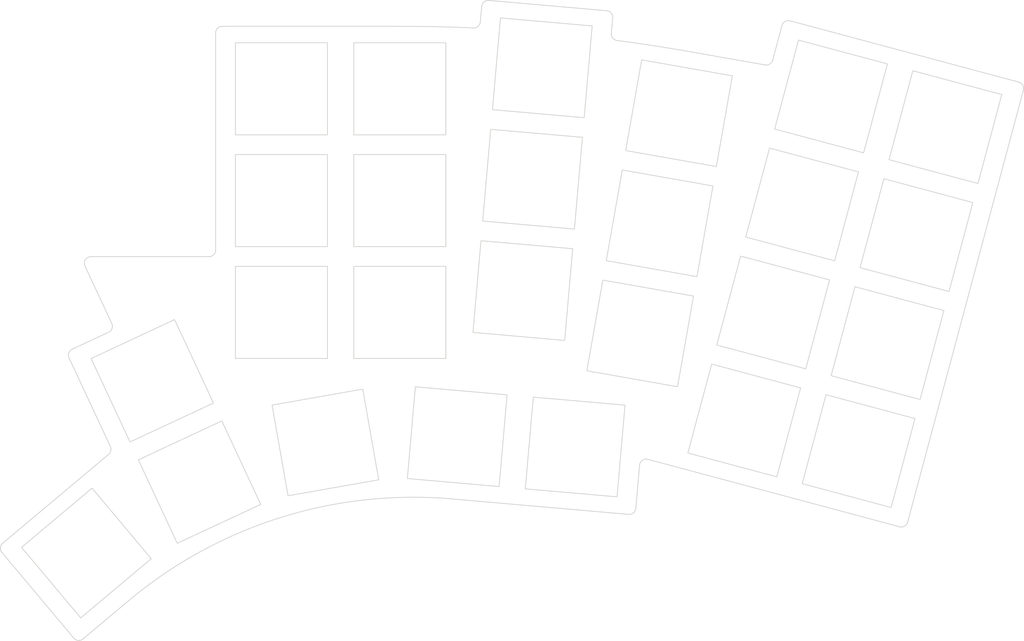
<source format=kicad_pcb>
(kicad_pcb (version 20221018) (generator pcbnew)
  (layers (0 "F.Cu" signal) (31 "B.Cu" signal) (34 "B.Paste" user) (35 "F.Paste" user) (36 "B.SilkS" user "B.Silkscreen") (37 "F.SilkS" user "F.Silkscreen") (38 "B.Mask" user) (39 "F.Mask" user) (44 "Edge.Cuts" user))
  (net 0 "")
  (footprint "keyboard:KeyHole" (layer "F.Cu") (at 154.552801 93.512815 -15)
    (fp_text reference "REF**" hide)
    (fp_text value "KeyHole" hide)
    (fp_rect (start -7 -7) (end 7 7) (layer "Edge.Cuts") (stroke (width 0.12)) (fill none))
  )
  (footprint "keyboard:KeyHole" (layer "F.Cu") (at 119.449871 56.311832 -5)
    (fp_text reference "REF**" hide)
    (fp_text value "KeyHole" hide)
    (fp_rect (start -7 -7) (end 7 7) (layer "Edge.Cuts") (stroke (width 0.12)) (fill none))
  )
  (footprint "keyboard:KeyHole" (layer "F.Cu") (at 60.145785 103.89932 25)
    (fp_text reference "REF**" hide)
    (fp_text value "KeyHole" hide)
    (fp_rect (start -7 -7) (end 7 7) (layer "Edge.Cuts") (stroke (width 0.12)) (fill none))
  )
  (footprint "keyboard:KeyHole" (layer "F.Cu") (at 134.332871 96.697962 -10)
    (fp_text reference "REF**" hide)
    (fp_text value "KeyHole" hide)
    (fp_rect (start -7 -7) (end 7 7) (layer "Edge.Cuts") (stroke (width 0.12)) (fill none))
  )
  (footprint "keyboard:KeyHole" (layer "F.Cu") (at 137.28489 79.95623 -10)
    (fp_text reference "REF**" hide)
    (fp_text value "KeyHole" hide)
    (fp_rect (start -7 -7) (end 7 7) (layer "Edge.Cuts") (stroke (width 0.12)) (fill none))
  )
  (footprint "keyboard:KeyHole" (layer "F.Cu") (at 106.512436 112.397684 -5)
    (fp_text reference "REF**" hide)
    (fp_text value "KeyHole" hide)
    (fp_rect (start -7 -7) (end 7 7) (layer "Edge.Cuts") (stroke (width 0.12)) (fill none))
  )
  (footprint "keyboard:KeyHole" (layer "F.Cu") (at 176.33939 81.750818 -15)
    (fp_text reference "REF**" hide)
    (fp_text value "KeyHole" hide)
    (fp_rect (start -7 -7) (end 7 7) (layer "Edge.Cuts") (stroke (width 0.12)) (fill none))
  )
  (footprint "keyboard:KeyHole" (layer "F.Cu") (at 171.939466 98.171557 -15)
    (fp_text reference "REF**" hide)
    (fp_text value "KeyHole" hide)
    (fp_rect (start -7 -7) (end 7 7) (layer "Edge.Cuts") (stroke (width 0.12)) (fill none))
  )
  (footprint "keyboard:KeyHole" (layer "F.Cu") (at 124.443941 113.966487 -5)
    (fp_text reference "REF**" hide)
    (fp_text value "KeyHole" hide)
    (fp_rect (start -7 -7) (end 7 7) (layer "Edge.Cuts") (stroke (width 0.12)) (fill none))
  )
  (footprint "keyboard:KeyHole" (layer "F.Cu") (at 116.486576 90.182451 -5)
    (fp_text reference "REF**" hide)
    (fp_text value "KeyHole" hide)
    (fp_rect (start -7 -7) (end 7 7) (layer "Edge.Cuts") (stroke (width 0.12)) (fill none))
  )
  (footprint "keyboard:KeyHole" (layer "F.Cu") (at 140.236909 63.214498 -10)
    (fp_text reference "REF**" hide)
    (fp_text value "KeyHole" hide)
    (fp_rect (start -7 -7) (end 7 7) (layer "Edge.Cuts") (stroke (width 0.12)) (fill none))
  )
  (footprint "keyboard:KeyHole" (layer "F.Cu") (at 150.152878 109.933554 -15)
    (fp_text reference "REF**" hide)
    (fp_text value "KeyHole" hide)
    (fp_rect (start -7 -7) (end 7 7) (layer "Edge.Cuts") (stroke (width 0.12)) (fill none))
  )
  (footprint "keyboard:KeyHole" (layer "F.Cu") (at 79.78 93.5)
    (fp_text reference "REF**" hide)
    (fp_text value "KeyHole" hide)
    (fp_rect (start -7 -7) (end 7 7) (layer "Edge.Cuts") (stroke (width 0.12)) (fill none))
  )
  (footprint "keyboard:KeyHole" (layer "F.Cu") (at 117.968224 73.247142 -5)
    (fp_text reference "REF**" hide)
    (fp_text value "KeyHole" hide)
    (fp_rect (start -7 -7) (end 7 7) (layer "Edge.Cuts") (stroke (width 0.12)) (fill none))
  )
  (footprint "keyboard:KeyHole" (layer "F.Cu") (at 97.78 59.5)
    (fp_text reference "REF**" hide)
    (fp_text value "KeyHole" hide)
    (fp_rect (start -7 -7) (end 7 7) (layer "Edge.Cuts") (stroke (width 0.12)) (fill none))
  )
  (footprint "keyboard:KeyHole" (layer "F.Cu") (at 158.952725 77.092076 -15)
    (fp_text reference "REF**" hide)
    (fp_text value "KeyHole" hide)
    (fp_rect (start -7 -7) (end 7 7) (layer "Edge.Cuts") (stroke (width 0.12)) (fill none))
  )
  (footprint "keyboard:KeyHole" (layer "F.Cu") (at 67.330295 119.306552 25)
    (fp_text reference "REF**" hide)
    (fp_text value "KeyHole" hide)
    (fp_rect (start -7 -7) (end 7 7) (layer "Edge.Cuts") (stroke (width 0.12)) (fill none))
  )
  (footprint "keyboard:KeyHole" (layer "F.Cu") (at 167.539542 114.592296 -15)
    (fp_text reference "REF**" hide)
    (fp_text value "KeyHole" hide)
    (fp_rect (start -7 -7) (end 7 7) (layer "Edge.Cuts") (stroke (width 0.12)) (fill none))
  )
  (footprint "keyboard:KeyHole" (layer "F.Cu") (at 86.466581 113.272904 10)
    (fp_text reference "REF**" hide)
    (fp_text value "KeyHole" hide)
    (fp_rect (start -7 -7) (end 7 7) (layer "Edge.Cuts") (stroke (width 0.12)) (fill none))
  )
  (footprint "keyboard:KeyHole" (layer "F.Cu") (at 163.352649 60.671336 -15)
    (fp_text reference "REF**" hide)
    (fp_text value "KeyHole" hide)
    (fp_rect (start -7 -7) (end 7 7) (layer "Edge.Cuts") (stroke (width 0.12)) (fill none))
  )
  (footprint "keyboard:KeyHole" (layer "F.Cu") (at 97.78 76.5)
    (fp_text reference "REF**" hide)
    (fp_text value "KeyHole" hide)
    (fp_rect (start -7 -7) (end 7 7) (layer "Edge.Cuts") (stroke (width 0.12)) (fill none))
  )
  (footprint "keyboard:KeyHole" (layer "F.Cu") (at 97.78 93.5)
    (fp_text reference "REF**" hide)
    (fp_text value "KeyHole" hide)
    (fp_rect (start -7 -7) (end 7 7) (layer "Edge.Cuts") (stroke (width 0.12)) (fill none))
  )
  (footprint "keyboard:KeyHole" (layer "F.Cu") (at 50.124844 130.087443 40)
    (fp_text reference "REF**" hide)
    (fp_text value "KeyHole" hide)
    (fp_rect (start -7 -7) (end 7 7) (layer "Edge.Cuts") (stroke (width 0.12)) (fill none))
  )
  (footprint "keyboard:KeyHole" (layer "F.Cu") (at 79.78 59.5)
    (fp_text reference "REF**" hide)
    (fp_text value "KeyHole" hide)
    (fp_rect (start -7 -7) (end 7 7) (layer "Edge.Cuts") (stroke (width 0.12)) (fill none))
  )
  (footprint "keyboard:KeyHole" (layer "F.Cu") (at 180.739314 65.330079 -15)
    (fp_text reference "REF**" hide)
    (fp_text value "KeyHole" hide)
    (fp_rect (start -7 -7) (end 7 7) (layer "Edge.Cuts") (stroke (width 0.12)) (fill none))
  )
  (footprint "keyboard:KeyHole" (layer "F.Cu") (at 79.78 76.5)
    (fp_text reference "REF**" hide)
    (fp_text value "KeyHole" hide)
    (fp_rect (start -7 -7) (end 7 7) (layer "Edge.Cuts") (stroke (width 0.12)) (fill none))
  )
  (gr_arc (start 97.78 50.000001) (mid 103.382237 50.06179) (end 108.981748 50.247128) (layer "Edge.Cuts") (width 0.12))
  (gr_arc (start 110.022044 49.335256) (mid 109.685013 50.000098) (end 108.981748 50.247126) (layer "Edge.Cuts") (width 0.12))
  (gr_line (start 47.490452 100.421886) (end 53.772947 113.894741) (layer "Edge.Cuts") (width 0.12))
  (gr_line (start 69.78 51) (end 69.78 84.02) (layer "Edge.Cuts") (width 0.12))
  (gr_arc (start 134.24122 116.720205) (mid 134.663841 115.988213) (end 135.496234 115.841441) (layer "Edge.Cuts") (width 0.12))
  (gr_line (start 110.228748 46.972619) (end 110.022044 49.335256) (layer "Edge.Cuts") (width 0.12))
  (gr_arc (start 53.772946 113.894741) (mid 53.842935 114.533799) (end 53.509427 115.083404) (layer "Edge.Cuts") (width 0.12))
  (gr_line (start 53.509427 115.083404) (end 37.406804 128.59511) (layer "Edge.Cuts") (width 0.12))
  (gr_line (start 141.886567 53.858826) (end 153.339152 55.878225) (layer "Edge.Cuts") (width 0.12))
  (gr_arc (start 69.78 84.02) (mid 69.487107 84.727107) (end 68.78 85.02) (layer "Edge.Cuts") (width 0.12))
  (gr_arc (start 129.243603 47.632383) (mid 129.922491 47.98579) (end 130.152642 48.715734) (layer "Edge.Cuts") (width 0.12))
  (gr_line (start 134.24122 116.720205) (end 133.665064 123.305699) (layer "Edge.Cuts") (width 0.12))
  (gr_line (start 174.998839 125.390856) (end 192.598534 59.7079) (layer "Edge.Cuts") (width 0.12))
  (gr_line (start 53.502619 96.514989) (end 47.974141 99.09296) (layer "Edge.Cuts") (width 0.12))
  (gr_line (start 173.774094 126.097963) (end 135.496234 115.841441) (layer "Edge.Cuts") (width 0.12))
  (gr_arc (start 53.986309 95.186063) (mid 54.019693 95.950701) (end 53.502619 96.514989) (layer "Edge.Cuts") (width 0.12))
  (gr_line (start 70.78 50) (end 97.78 50) (layer "Edge.Cuts") (width 0.12))
  (gr_line (start 132.581714 124.214738) (end 105.684457 121.861533) (layer "Edge.Cuts") (width 0.12))
  (gr_line (start 191.891427 58.483155) (end 157.118097 49.16567) (layer "Edge.Cuts") (width 0.12))
  (gr_arc (start 174.998839 125.390856) (mid 174.532913 125.998062) (end 173.774094 126.097963) (layer "Edge.Cuts") (width 0.12))
  (gr_arc (start 133.665064 123.305699) (mid 133.311657 123.984588) (end 132.581714 124.214738) (layer "Edge.Cuts") (width 0.12))
  (gr_arc (start 110.228748 46.972619) (mid 110.582155 46.293731) (end 111.312099 46.06358) (layer "Edge.Cuts") (width 0.12))
  (gr_line (start 129.945938 51.07837) (end 130.152642 48.715734) (layer "Edge.Cuts") (width 0.12))
  (gr_arc (start 47.490452 100.421886) (mid 47.457067 99.657248) (end 47.974141 99.09296) (layer "Edge.Cuts") (width 0.12))
  (gr_line (start 49.619768 143.149954) (end 56.514168 137.364866) (layer "Edge.Cuts") (width 0.12))
  (gr_line (start 155.893352 49.872776) (end 154.478726 55.152236) (layer "Edge.Cuts") (width 0.12))
  (gr_line (start 48.210936 143.026697) (end 37.283547 130.003942) (layer "Edge.Cuts") (width 0.12))
  (gr_arc (start 130.812085 52.157035) (mid 130.162398 51.791639) (end 129.945937 51.07837) (layer "Edge.Cuts") (width 0.12))
  (gr_arc (start 49.619768 143.149954) (mid 48.889825 143.380104) (end 48.210937 143.026696) (layer "Edge.Cuts") (width 0.12))
  (gr_line (start 53.986308 95.186063) (end 49.909173 86.442618) (layer "Edge.Cuts") (width 0.12))
  (gr_arc (start 130.812085 52.157035) (mid 136.358711 52.946858) (end 141.886567 53.858826) (layer "Edge.Cuts") (width 0.12))
  (gr_line (start 50.815481 85.02) (end 68.78 85.02) (layer "Edge.Cuts") (width 0.12))
  (gr_arc (start 191.891427 58.483155) (mid 192.498633 58.949081) (end 192.598534 59.7079) (layer "Edge.Cuts") (width 0.12))
  (gr_arc (start 69.78 51) (mid 70.072893 50.292893) (end 70.78 50) (layer "Edge.Cuts") (width 0.12))
  (gr_line (start 129.243603 47.632384) (end 111.312099 46.06358) (layer "Edge.Cuts") (width 0.12))
  (gr_arc (start 155.893352 49.872776) (mid 156.359278 49.26557) (end 157.118097 49.16567) (layer "Edge.Cuts") (width 0.12))
  (gr_arc (start 154.478726 55.152236) (mid 154.050098 55.736805) (end 153.339152 55.878225) (layer "Edge.Cuts") (width 0.12))
  (gr_arc (start 56.514168 137.364866) (mid 79.55741 124.72291) (end 105.684457 121.861534) (layer "Edge.Cuts") (width 0.12))
  (gr_arc (start 49.909173 86.442618) (mid 49.97209 85.4827) (end 50.815481 85.02) (layer "Edge.Cuts") (width 0.12))
  (gr_arc (start 37.283548 130.003941) (mid 37.053398 129.273999) (end 37.406804 128.59511) (layer "Edge.Cuts") (width 0.12))
)
</source>
